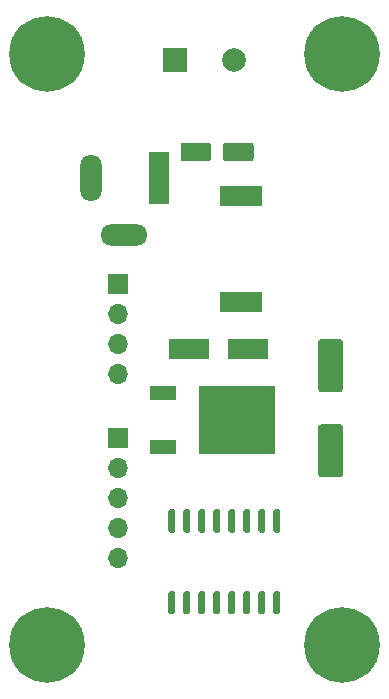
<source format=gbr>
%TF.GenerationSoftware,KiCad,Pcbnew,(5.1.6-0-10_14)*%
%TF.CreationDate,2021-01-02T16:58:20+01:00*%
%TF.ProjectId,driver-v2,64726976-6572-42d7-9632-2e6b69636164,rev?*%
%TF.SameCoordinates,Original*%
%TF.FileFunction,Soldermask,Top*%
%TF.FilePolarity,Negative*%
%FSLAX46Y46*%
G04 Gerber Fmt 4.6, Leading zero omitted, Abs format (unit mm)*
G04 Created by KiCad (PCBNEW (5.1.6-0-10_14)) date 2021-01-02 16:58:20*
%MOMM*%
%LPD*%
G01*
G04 APERTURE LIST*
%ADD10C,6.400000*%
%ADD11R,2.000000X2.000000*%
%ADD12C,2.000000*%
%ADD13R,3.500000X1.800000*%
%ADD14O,4.000000X1.800000*%
%ADD15O,1.800000X4.000000*%
%ADD16R,1.800000X4.400000*%
%ADD17R,3.600000X1.800000*%
%ADD18R,1.700000X1.700000*%
%ADD19O,1.700000X1.700000*%
%ADD20R,2.200000X1.200000*%
%ADD21R,6.400000X5.800000*%
G04 APERTURE END LIST*
D10*
%TO.C,REF\u002A\u002A*%
X25000000Y-70000000D03*
%TD*%
%TO.C,REF\u002A\u002A*%
X25000000Y-20000000D03*
%TD*%
%TO.C,REF\u002A\u002A*%
X50000000Y-70000000D03*
%TD*%
%TO.C,REF\u002A\u002A*%
X50000000Y-20000000D03*
%TD*%
D11*
%TO.C,C1*%
X35800000Y-20500000D03*
D12*
X40800000Y-20500000D03*
%TD*%
%TO.C,C3*%
G36*
G01*
X36300000Y-28850000D02*
X36300000Y-27750000D01*
G75*
G02*
X36550000Y-27500000I250000J0D01*
G01*
X38650000Y-27500000D01*
G75*
G02*
X38900000Y-27750000I0J-250000D01*
G01*
X38900000Y-28850000D01*
G75*
G02*
X38650000Y-29100000I-250000J0D01*
G01*
X36550000Y-29100000D01*
G75*
G02*
X36300000Y-28850000I0J250000D01*
G01*
G37*
G36*
G01*
X39900000Y-28850000D02*
X39900000Y-27750000D01*
G75*
G02*
X40150000Y-27500000I250000J0D01*
G01*
X42250000Y-27500000D01*
G75*
G02*
X42500000Y-27750000I0J-250000D01*
G01*
X42500000Y-28850000D01*
G75*
G02*
X42250000Y-29100000I-250000J0D01*
G01*
X40150000Y-29100000D01*
G75*
G02*
X39900000Y-28850000I0J250000D01*
G01*
G37*
%TD*%
%TO.C,C6*%
G36*
G01*
X48200000Y-51350000D02*
X49800000Y-51350000D01*
G75*
G02*
X50050000Y-51600000I0J-250000D01*
G01*
X50050000Y-55600000D01*
G75*
G02*
X49800000Y-55850000I-250000J0D01*
G01*
X48200000Y-55850000D01*
G75*
G02*
X47950000Y-55600000I0J250000D01*
G01*
X47950000Y-51600000D01*
G75*
G02*
X48200000Y-51350000I250000J0D01*
G01*
G37*
G36*
G01*
X48200000Y-44150000D02*
X49800000Y-44150000D01*
G75*
G02*
X50050000Y-44400000I0J-250000D01*
G01*
X50050000Y-48400000D01*
G75*
G02*
X49800000Y-48650000I-250000J0D01*
G01*
X48200000Y-48650000D01*
G75*
G02*
X47950000Y-48400000I0J250000D01*
G01*
X47950000Y-44400000D01*
G75*
G02*
X48200000Y-44150000I250000J0D01*
G01*
G37*
%TD*%
D13*
%TO.C,D1*%
X37000000Y-45000000D03*
X42000000Y-45000000D03*
%TD*%
D14*
%TO.C,J1*%
X31500000Y-35300000D03*
D15*
X28700000Y-30500000D03*
D16*
X34500000Y-30500000D03*
%TD*%
D17*
%TO.C,L1*%
X41400000Y-32000000D03*
X41400000Y-41000000D03*
%TD*%
D18*
%TO.C,LS1*%
X31000000Y-52500000D03*
D19*
X31000000Y-55040000D03*
X31000000Y-57580000D03*
X31000000Y-60120000D03*
X31000000Y-62660000D03*
%TD*%
D20*
%TO.C,Q1*%
X34800000Y-48720000D03*
X34800000Y-53280000D03*
D21*
X41100000Y-51000000D03*
%TD*%
D18*
%TO.C,REMOTE1*%
X31000000Y-39500000D03*
D19*
X31000000Y-42040000D03*
X31000000Y-44580000D03*
X31000000Y-47120000D03*
%TD*%
%TO.C,U1*%
G36*
G01*
X35705000Y-67450000D02*
X35405000Y-67450000D01*
G75*
G02*
X35255000Y-67300000I0J150000D01*
G01*
X35255000Y-65625000D01*
G75*
G02*
X35405000Y-65475000I150000J0D01*
G01*
X35705000Y-65475000D01*
G75*
G02*
X35855000Y-65625000I0J-150000D01*
G01*
X35855000Y-67300000D01*
G75*
G02*
X35705000Y-67450000I-150000J0D01*
G01*
G37*
G36*
G01*
X36975000Y-67450000D02*
X36675000Y-67450000D01*
G75*
G02*
X36525000Y-67300000I0J150000D01*
G01*
X36525000Y-65625000D01*
G75*
G02*
X36675000Y-65475000I150000J0D01*
G01*
X36975000Y-65475000D01*
G75*
G02*
X37125000Y-65625000I0J-150000D01*
G01*
X37125000Y-67300000D01*
G75*
G02*
X36975000Y-67450000I-150000J0D01*
G01*
G37*
G36*
G01*
X38245000Y-67450000D02*
X37945000Y-67450000D01*
G75*
G02*
X37795000Y-67300000I0J150000D01*
G01*
X37795000Y-65625000D01*
G75*
G02*
X37945000Y-65475000I150000J0D01*
G01*
X38245000Y-65475000D01*
G75*
G02*
X38395000Y-65625000I0J-150000D01*
G01*
X38395000Y-67300000D01*
G75*
G02*
X38245000Y-67450000I-150000J0D01*
G01*
G37*
G36*
G01*
X39515000Y-67450000D02*
X39215000Y-67450000D01*
G75*
G02*
X39065000Y-67300000I0J150000D01*
G01*
X39065000Y-65625000D01*
G75*
G02*
X39215000Y-65475000I150000J0D01*
G01*
X39515000Y-65475000D01*
G75*
G02*
X39665000Y-65625000I0J-150000D01*
G01*
X39665000Y-67300000D01*
G75*
G02*
X39515000Y-67450000I-150000J0D01*
G01*
G37*
G36*
G01*
X40785000Y-67450000D02*
X40485000Y-67450000D01*
G75*
G02*
X40335000Y-67300000I0J150000D01*
G01*
X40335000Y-65625000D01*
G75*
G02*
X40485000Y-65475000I150000J0D01*
G01*
X40785000Y-65475000D01*
G75*
G02*
X40935000Y-65625000I0J-150000D01*
G01*
X40935000Y-67300000D01*
G75*
G02*
X40785000Y-67450000I-150000J0D01*
G01*
G37*
G36*
G01*
X42055000Y-67450000D02*
X41755000Y-67450000D01*
G75*
G02*
X41605000Y-67300000I0J150000D01*
G01*
X41605000Y-65625000D01*
G75*
G02*
X41755000Y-65475000I150000J0D01*
G01*
X42055000Y-65475000D01*
G75*
G02*
X42205000Y-65625000I0J-150000D01*
G01*
X42205000Y-67300000D01*
G75*
G02*
X42055000Y-67450000I-150000J0D01*
G01*
G37*
G36*
G01*
X43325000Y-67450000D02*
X43025000Y-67450000D01*
G75*
G02*
X42875000Y-67300000I0J150000D01*
G01*
X42875000Y-65625000D01*
G75*
G02*
X43025000Y-65475000I150000J0D01*
G01*
X43325000Y-65475000D01*
G75*
G02*
X43475000Y-65625000I0J-150000D01*
G01*
X43475000Y-67300000D01*
G75*
G02*
X43325000Y-67450000I-150000J0D01*
G01*
G37*
G36*
G01*
X44595000Y-67450000D02*
X44295000Y-67450000D01*
G75*
G02*
X44145000Y-67300000I0J150000D01*
G01*
X44145000Y-65625000D01*
G75*
G02*
X44295000Y-65475000I150000J0D01*
G01*
X44595000Y-65475000D01*
G75*
G02*
X44745000Y-65625000I0J-150000D01*
G01*
X44745000Y-67300000D01*
G75*
G02*
X44595000Y-67450000I-150000J0D01*
G01*
G37*
G36*
G01*
X44595000Y-60525000D02*
X44295000Y-60525000D01*
G75*
G02*
X44145000Y-60375000I0J150000D01*
G01*
X44145000Y-58700000D01*
G75*
G02*
X44295000Y-58550000I150000J0D01*
G01*
X44595000Y-58550000D01*
G75*
G02*
X44745000Y-58700000I0J-150000D01*
G01*
X44745000Y-60375000D01*
G75*
G02*
X44595000Y-60525000I-150000J0D01*
G01*
G37*
G36*
G01*
X43325000Y-60525000D02*
X43025000Y-60525000D01*
G75*
G02*
X42875000Y-60375000I0J150000D01*
G01*
X42875000Y-58700000D01*
G75*
G02*
X43025000Y-58550000I150000J0D01*
G01*
X43325000Y-58550000D01*
G75*
G02*
X43475000Y-58700000I0J-150000D01*
G01*
X43475000Y-60375000D01*
G75*
G02*
X43325000Y-60525000I-150000J0D01*
G01*
G37*
G36*
G01*
X42055000Y-60525000D02*
X41755000Y-60525000D01*
G75*
G02*
X41605000Y-60375000I0J150000D01*
G01*
X41605000Y-58700000D01*
G75*
G02*
X41755000Y-58550000I150000J0D01*
G01*
X42055000Y-58550000D01*
G75*
G02*
X42205000Y-58700000I0J-150000D01*
G01*
X42205000Y-60375000D01*
G75*
G02*
X42055000Y-60525000I-150000J0D01*
G01*
G37*
G36*
G01*
X40785000Y-60525000D02*
X40485000Y-60525000D01*
G75*
G02*
X40335000Y-60375000I0J150000D01*
G01*
X40335000Y-58700000D01*
G75*
G02*
X40485000Y-58550000I150000J0D01*
G01*
X40785000Y-58550000D01*
G75*
G02*
X40935000Y-58700000I0J-150000D01*
G01*
X40935000Y-60375000D01*
G75*
G02*
X40785000Y-60525000I-150000J0D01*
G01*
G37*
G36*
G01*
X39515000Y-60525000D02*
X39215000Y-60525000D01*
G75*
G02*
X39065000Y-60375000I0J150000D01*
G01*
X39065000Y-58700000D01*
G75*
G02*
X39215000Y-58550000I150000J0D01*
G01*
X39515000Y-58550000D01*
G75*
G02*
X39665000Y-58700000I0J-150000D01*
G01*
X39665000Y-60375000D01*
G75*
G02*
X39515000Y-60525000I-150000J0D01*
G01*
G37*
G36*
G01*
X38245000Y-60525000D02*
X37945000Y-60525000D01*
G75*
G02*
X37795000Y-60375000I0J150000D01*
G01*
X37795000Y-58700000D01*
G75*
G02*
X37945000Y-58550000I150000J0D01*
G01*
X38245000Y-58550000D01*
G75*
G02*
X38395000Y-58700000I0J-150000D01*
G01*
X38395000Y-60375000D01*
G75*
G02*
X38245000Y-60525000I-150000J0D01*
G01*
G37*
G36*
G01*
X36975000Y-60525000D02*
X36675000Y-60525000D01*
G75*
G02*
X36525000Y-60375000I0J150000D01*
G01*
X36525000Y-58700000D01*
G75*
G02*
X36675000Y-58550000I150000J0D01*
G01*
X36975000Y-58550000D01*
G75*
G02*
X37125000Y-58700000I0J-150000D01*
G01*
X37125000Y-60375000D01*
G75*
G02*
X36975000Y-60525000I-150000J0D01*
G01*
G37*
G36*
G01*
X35705000Y-60525000D02*
X35405000Y-60525000D01*
G75*
G02*
X35255000Y-60375000I0J150000D01*
G01*
X35255000Y-58700000D01*
G75*
G02*
X35405000Y-58550000I150000J0D01*
G01*
X35705000Y-58550000D01*
G75*
G02*
X35855000Y-58700000I0J-150000D01*
G01*
X35855000Y-60375000D01*
G75*
G02*
X35705000Y-60525000I-150000J0D01*
G01*
G37*
%TD*%
M02*

</source>
